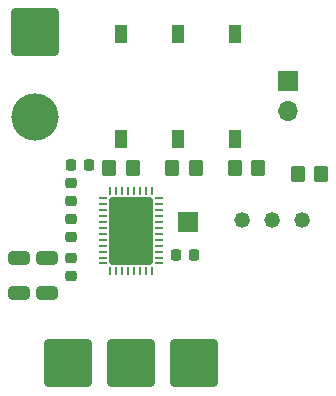
<source format=gbr>
G04 #@! TF.GenerationSoftware,KiCad,Pcbnew,(6.0.1)*
G04 #@! TF.CreationDate,2022-02-05T19:11:42-06:00*
G04 #@! TF.ProjectId,MCF8316A,4d434638-3331-4364-912e-6b696361645f,rev?*
G04 #@! TF.SameCoordinates,Original*
G04 #@! TF.FileFunction,Soldermask,Top*
G04 #@! TF.FilePolarity,Negative*
%FSLAX46Y46*%
G04 Gerber Fmt 4.6, Leading zero omitted, Abs format (unit mm)*
G04 Created by KiCad (PCBNEW (6.0.1)) date 2022-02-05 19:11:42*
%MOMM*%
%LPD*%
G01*
G04 APERTURE LIST*
G04 Aperture macros list*
%AMRoundRect*
0 Rectangle with rounded corners*
0 $1 Rounding radius*
0 $2 $3 $4 $5 $6 $7 $8 $9 X,Y pos of 4 corners*
0 Add a 4 corners polygon primitive as box body*
4,1,4,$2,$3,$4,$5,$6,$7,$8,$9,$2,$3,0*
0 Add four circle primitives for the rounded corners*
1,1,$1+$1,$2,$3*
1,1,$1+$1,$4,$5*
1,1,$1+$1,$6,$7*
1,1,$1+$1,$8,$9*
0 Add four rect primitives between the rounded corners*
20,1,$1+$1,$2,$3,$4,$5,0*
20,1,$1+$1,$4,$5,$6,$7,0*
20,1,$1+$1,$6,$7,$8,$9,0*
20,1,$1+$1,$8,$9,$2,$3,0*%
G04 Aperture macros list end*
%ADD10RoundRect,0.250000X-0.350000X-0.450000X0.350000X-0.450000X0.350000X0.450000X-0.350000X0.450000X0*%
%ADD11RoundRect,0.185000X-1.665000X2.665000X-1.665000X-2.665000X1.665000X-2.665000X1.665000X2.665000X0*%
%ADD12RoundRect,0.062500X0.237500X-0.062500X0.237500X0.062500X-0.237500X0.062500X-0.237500X-0.062500X0*%
%ADD13RoundRect,0.062500X0.062500X0.237500X-0.062500X0.237500X-0.062500X-0.237500X0.062500X-0.237500X0*%
%ADD14RoundRect,0.250000X-1.750000X-1.750000X1.750000X-1.750000X1.750000X1.750000X-1.750000X1.750000X0*%
%ADD15RoundRect,0.225000X-0.225000X-0.250000X0.225000X-0.250000X0.225000X0.250000X-0.225000X0.250000X0*%
%ADD16R,1.100000X1.500000*%
%ADD17RoundRect,0.225000X0.250000X-0.225000X0.250000X0.225000X-0.250000X0.225000X-0.250000X-0.225000X0*%
%ADD18RoundRect,0.250000X-0.650000X0.325000X-0.650000X-0.325000X0.650000X-0.325000X0.650000X0.325000X0*%
%ADD19RoundRect,0.250000X0.350000X0.450000X-0.350000X0.450000X-0.350000X-0.450000X0.350000X-0.450000X0*%
%ADD20RoundRect,0.225000X0.225000X0.250000X-0.225000X0.250000X-0.225000X-0.250000X0.225000X-0.250000X0*%
%ADD21R,1.700000X1.700000*%
%ADD22O,1.700000X1.700000*%
%ADD23RoundRect,0.250000X-1.750000X1.750000X-1.750000X-1.750000X1.750000X-1.750000X1.750000X1.750000X0*%
%ADD24C,4.000000*%
%ADD25RoundRect,0.225000X-0.250000X0.225000X-0.250000X-0.225000X0.250000X-0.225000X0.250000X0.225000X0*%
%ADD26C,1.320800*%
G04 APERTURE END LIST*
D10*
G04 #@! TO.C,R1*
X166249600Y-100076000D03*
X168249600Y-100076000D03*
G04 #@! TD*
D11*
G04 #@! TO.C,U1*
X152146000Y-104902000D03*
D12*
X149746000Y-102152000D03*
X149746000Y-102652000D03*
X149746000Y-103152000D03*
X149746000Y-103652000D03*
X149746000Y-104152000D03*
X149746000Y-104652000D03*
X149746000Y-105152000D03*
X149746000Y-105652000D03*
X149746000Y-106152000D03*
X149746000Y-106652000D03*
X149746000Y-107152000D03*
X149746000Y-107652000D03*
D13*
X150396000Y-108302000D03*
X150896000Y-108302000D03*
X151396000Y-108302000D03*
X151896000Y-108302000D03*
X152396000Y-108302000D03*
X152896000Y-108302000D03*
X153396000Y-108302000D03*
X153896000Y-108302000D03*
D12*
X154546000Y-107652000D03*
X154546000Y-107152000D03*
X154546000Y-106652000D03*
X154546000Y-106152000D03*
X154546000Y-105652000D03*
X154546000Y-105152000D03*
X154546000Y-104652000D03*
X154546000Y-104152000D03*
X154546000Y-103652000D03*
X154546000Y-103152000D03*
X154546000Y-102652000D03*
X154546000Y-102152000D03*
D13*
X153896000Y-101502000D03*
X153396000Y-101502000D03*
X152896000Y-101502000D03*
X152396000Y-101502000D03*
X151896000Y-101502000D03*
X151396000Y-101502000D03*
X150896000Y-101502000D03*
X150396000Y-101502000D03*
G04 #@! TD*
D14*
G04 #@! TO.C,J1*
X146812000Y-116078000D03*
G04 #@! TD*
D15*
G04 #@! TO.C,C5*
X147040000Y-99314000D03*
X148590000Y-99314000D03*
G04 #@! TD*
D10*
G04 #@! TO.C,R4*
X155607000Y-99568000D03*
X157607000Y-99568000D03*
G04 #@! TD*
D16*
G04 #@! TO.C,SW1*
X151257000Y-88260000D03*
X151257000Y-97160000D03*
G04 #@! TD*
D17*
G04 #@! TO.C,C1*
X147066000Y-102362000D03*
X147066000Y-100812000D03*
G04 #@! TD*
D18*
G04 #@! TO.C,C7*
X145034000Y-107188000D03*
X145034000Y-110138000D03*
G04 #@! TD*
G04 #@! TO.C,C6*
X142621000Y-107188000D03*
X142621000Y-110138000D03*
G04 #@! TD*
D10*
G04 #@! TO.C,R2*
X160909000Y-99568000D03*
X162909000Y-99568000D03*
G04 #@! TD*
D19*
G04 #@! TO.C,R3*
X152273000Y-99568000D03*
X150273000Y-99568000D03*
G04 #@! TD*
D20*
G04 #@! TO.C,C4*
X157480000Y-106934000D03*
X155930000Y-106934000D03*
G04 #@! TD*
D21*
G04 #@! TO.C,J4*
X165455600Y-92247800D03*
D22*
X165455600Y-94787800D03*
G04 #@! TD*
D23*
G04 #@! TO.C,J6*
X144018000Y-88094000D03*
D24*
X144018000Y-95294000D03*
G04 #@! TD*
D16*
G04 #@! TO.C,SW3*
X160909000Y-88260000D03*
X160909000Y-97160000D03*
G04 #@! TD*
D14*
G04 #@! TO.C,J2*
X152146000Y-116078000D03*
G04 #@! TD*
D25*
G04 #@! TO.C,C3*
X147066000Y-107188000D03*
X147066000Y-108738000D03*
G04 #@! TD*
D14*
G04 #@! TO.C,J3*
X157480000Y-116078000D03*
G04 #@! TD*
D26*
G04 #@! TO.C,VR1*
X166624000Y-103949500D03*
X164084000Y-103949500D03*
X161544000Y-103949500D03*
G04 #@! TD*
D17*
G04 #@! TO.C,C2*
X147066000Y-105410000D03*
X147066000Y-103860000D03*
G04 #@! TD*
D16*
G04 #@! TO.C,SW2*
X156083000Y-88260000D03*
X156083000Y-97160000D03*
G04 #@! TD*
D21*
G04 #@! TO.C,J5*
X156972000Y-104140000D03*
G04 #@! TD*
M02*

</source>
